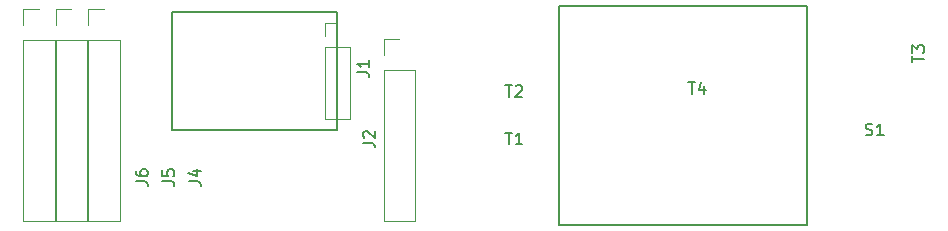
<source format=gbr>
%TF.GenerationSoftware,KiCad,Pcbnew,(6.0.7)*%
%TF.CreationDate,2023-08-08T19:22:38-05:00*%
%TF.ProjectId,PowerDistrubutionBoard,506f7765-7244-4697-9374-727562757469,rev?*%
%TF.SameCoordinates,Original*%
%TF.FileFunction,Legend,Top*%
%TF.FilePolarity,Positive*%
%FSLAX46Y46*%
G04 Gerber Fmt 4.6, Leading zero omitted, Abs format (unit mm)*
G04 Created by KiCad (PCBNEW (6.0.7)) date 2023-08-08 19:22:38*
%MOMM*%
%LPD*%
G01*
G04 APERTURE LIST*
%ADD10C,0.150000*%
%ADD11C,0.200000*%
%ADD12C,0.120000*%
G04 APERTURE END LIST*
D10*
X166000000Y-103750000D02*
X166000000Y-85250000D01*
X145000000Y-85250000D02*
X145000000Y-103750000D01*
X166000000Y-85250000D02*
X145000000Y-85250000D01*
X145000000Y-103750000D02*
X166000000Y-103750000D01*
D11*
X112250000Y-95750000D02*
X126250000Y-95750000D01*
X126250000Y-95750000D02*
X126250000Y-85750000D01*
X126250000Y-85750000D02*
X112250000Y-85750000D01*
X112250000Y-85750000D02*
X112250000Y-95750000D01*
D10*
%TO.C,S1*%
X170988095Y-96154761D02*
X171130952Y-96202380D01*
X171369047Y-96202380D01*
X171464285Y-96154761D01*
X171511904Y-96107142D01*
X171559523Y-96011904D01*
X171559523Y-95916666D01*
X171511904Y-95821428D01*
X171464285Y-95773809D01*
X171369047Y-95726190D01*
X171178571Y-95678571D01*
X171083333Y-95630952D01*
X171035714Y-95583333D01*
X170988095Y-95488095D01*
X170988095Y-95392857D01*
X171035714Y-95297619D01*
X171083333Y-95250000D01*
X171178571Y-95202380D01*
X171416666Y-95202380D01*
X171559523Y-95250000D01*
X172511904Y-96202380D02*
X171940476Y-96202380D01*
X172226190Y-96202380D02*
X172226190Y-95202380D01*
X172130952Y-95345238D01*
X172035714Y-95440476D01*
X171940476Y-95488095D01*
%TO.C,J6*%
X109202380Y-100083333D02*
X109916666Y-100083333D01*
X110059523Y-100130952D01*
X110154761Y-100226190D01*
X110202380Y-100369047D01*
X110202380Y-100464285D01*
X109202380Y-99178571D02*
X109202380Y-99369047D01*
X109250000Y-99464285D01*
X109297619Y-99511904D01*
X109440476Y-99607142D01*
X109630952Y-99654761D01*
X110011904Y-99654761D01*
X110107142Y-99607142D01*
X110154761Y-99559523D01*
X110202380Y-99464285D01*
X110202380Y-99273809D01*
X110154761Y-99178571D01*
X110107142Y-99130952D01*
X110011904Y-99083333D01*
X109773809Y-99083333D01*
X109678571Y-99130952D01*
X109630952Y-99178571D01*
X109583333Y-99273809D01*
X109583333Y-99464285D01*
X109630952Y-99559523D01*
X109678571Y-99607142D01*
X109773809Y-99654761D01*
%TO.C,J4*%
X113702380Y-100083333D02*
X114416666Y-100083333D01*
X114559523Y-100130952D01*
X114654761Y-100226190D01*
X114702380Y-100369047D01*
X114702380Y-100464285D01*
X114035714Y-99178571D02*
X114702380Y-99178571D01*
X113654761Y-99416666D02*
X114369047Y-99654761D01*
X114369047Y-99035714D01*
%TO.C,T2*%
X140488095Y-91952380D02*
X141059523Y-91952380D01*
X140773809Y-92952380D02*
X140773809Y-91952380D01*
X141345238Y-92047619D02*
X141392857Y-92000000D01*
X141488095Y-91952380D01*
X141726190Y-91952380D01*
X141821428Y-92000000D01*
X141869047Y-92047619D01*
X141916666Y-92142857D01*
X141916666Y-92238095D01*
X141869047Y-92380952D01*
X141297619Y-92952380D01*
X141916666Y-92952380D01*
%TO.C,J2*%
X128452380Y-96833333D02*
X129166666Y-96833333D01*
X129309523Y-96880952D01*
X129404761Y-96976190D01*
X129452380Y-97119047D01*
X129452380Y-97214285D01*
X128547619Y-96404761D02*
X128500000Y-96357142D01*
X128452380Y-96261904D01*
X128452380Y-96023809D01*
X128500000Y-95928571D01*
X128547619Y-95880952D01*
X128642857Y-95833333D01*
X128738095Y-95833333D01*
X128880952Y-95880952D01*
X129452380Y-96452380D01*
X129452380Y-95833333D01*
%TO.C,T3*%
X174952380Y-90011904D02*
X174952380Y-89440476D01*
X175952380Y-89726190D02*
X174952380Y-89726190D01*
X174952380Y-89202380D02*
X174952380Y-88583333D01*
X175333333Y-88916666D01*
X175333333Y-88773809D01*
X175380952Y-88678571D01*
X175428571Y-88630952D01*
X175523809Y-88583333D01*
X175761904Y-88583333D01*
X175857142Y-88630952D01*
X175904761Y-88678571D01*
X175952380Y-88773809D01*
X175952380Y-89059523D01*
X175904761Y-89154761D01*
X175857142Y-89202380D01*
%TO.C,J1*%
X127952380Y-90833333D02*
X128666666Y-90833333D01*
X128809523Y-90880952D01*
X128904761Y-90976190D01*
X128952380Y-91119047D01*
X128952380Y-91214285D01*
X128952380Y-89833333D02*
X128952380Y-90404761D01*
X128952380Y-90119047D02*
X127952380Y-90119047D01*
X128095238Y-90214285D01*
X128190476Y-90309523D01*
X128238095Y-90404761D01*
%TO.C,T4*%
X155988095Y-91702380D02*
X156559523Y-91702380D01*
X156273809Y-92702380D02*
X156273809Y-91702380D01*
X157321428Y-92035714D02*
X157321428Y-92702380D01*
X157083333Y-91654761D02*
X156845238Y-92369047D01*
X157464285Y-92369047D01*
%TO.C,J5*%
X111452380Y-100083333D02*
X112166666Y-100083333D01*
X112309523Y-100130952D01*
X112404761Y-100226190D01*
X112452380Y-100369047D01*
X112452380Y-100464285D01*
X111452380Y-99130952D02*
X111452380Y-99607142D01*
X111928571Y-99654761D01*
X111880952Y-99607142D01*
X111833333Y-99511904D01*
X111833333Y-99273809D01*
X111880952Y-99178571D01*
X111928571Y-99130952D01*
X112023809Y-99083333D01*
X112261904Y-99083333D01*
X112357142Y-99130952D01*
X112404761Y-99178571D01*
X112452380Y-99273809D01*
X112452380Y-99511904D01*
X112404761Y-99607142D01*
X112357142Y-99654761D01*
%TO.C,T1*%
X140488095Y-95952380D02*
X141059523Y-95952380D01*
X140773809Y-96952380D02*
X140773809Y-95952380D01*
X141916666Y-96952380D02*
X141345238Y-96952380D01*
X141630952Y-96952380D02*
X141630952Y-95952380D01*
X141535714Y-96095238D01*
X141440476Y-96190476D01*
X141345238Y-96238095D01*
D12*
%TO.C,J6*%
X99670000Y-85510000D02*
X101000000Y-85510000D01*
X99670000Y-88110000D02*
X102330000Y-88110000D01*
X99670000Y-86840000D02*
X99670000Y-85510000D01*
X99670000Y-103410000D02*
X102330000Y-103410000D01*
X99670000Y-88110000D02*
X99670000Y-103410000D01*
X102330000Y-88110000D02*
X102330000Y-103410000D01*
%TO.C,J4*%
X105170000Y-86840000D02*
X105170000Y-85510000D01*
X105170000Y-103410000D02*
X107830000Y-103410000D01*
X105170000Y-85510000D02*
X106500000Y-85510000D01*
X105170000Y-88110000D02*
X105170000Y-103410000D01*
X105170000Y-88110000D02*
X107830000Y-88110000D01*
X107830000Y-88110000D02*
X107830000Y-103410000D01*
%TO.C,J2*%
X130170000Y-90670000D02*
X132830000Y-90670000D01*
X130170000Y-89400000D02*
X130170000Y-88070000D01*
X132830000Y-90670000D02*
X132830000Y-103430000D01*
X130170000Y-90670000D02*
X130170000Y-103430000D01*
X130170000Y-103430000D02*
X132830000Y-103430000D01*
X130170000Y-88070000D02*
X131500000Y-88070000D01*
%TO.C,J1*%
X125190000Y-88750000D02*
X127310000Y-88750000D01*
X125190000Y-88750000D02*
X125190000Y-94810000D01*
X125190000Y-94810000D02*
X127310000Y-94810000D01*
X125190000Y-87750000D02*
X125190000Y-86690000D01*
X127310000Y-88750000D02*
X127310000Y-94810000D01*
X125190000Y-86690000D02*
X126250000Y-86690000D01*
%TO.C,J5*%
X102420000Y-88110000D02*
X102420000Y-103410000D01*
X105080000Y-88110000D02*
X105080000Y-103410000D01*
X102420000Y-88110000D02*
X105080000Y-88110000D01*
X102420000Y-86840000D02*
X102420000Y-85510000D01*
X102420000Y-85510000D02*
X103750000Y-85510000D01*
X102420000Y-103410000D02*
X105080000Y-103410000D01*
%TD*%
M02*

</source>
